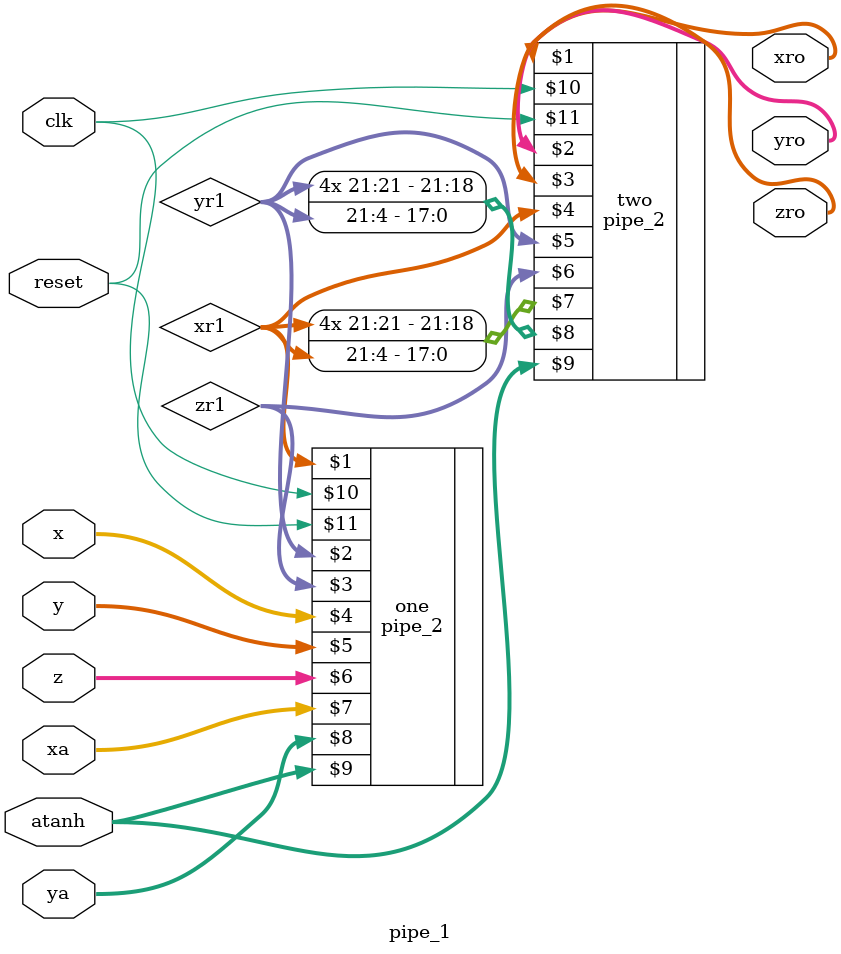
<source format=v>
`timescale 1ns / 1ps
module pipe_1(output [21:0] xro,output [21:0] yro,output [21:0]zro,input [21:0]x,input [21:0]y,input [21:0]z,input [21:0]xa,input [21:0]ya,input [21:0]atanh,input clk,input reset);
wire [21:0] xr1;
wire [21:0] yr1;
wire [21:0] zr1;
pipe_2 one(xr1,yr1,zr1,x,y,z,xa,ya,atanh,clk,reset);

pipe_2 two(xro,yro,zro,xr1,yr1,zr1,{{4{xr1[21]}},xr1[21:4]},{{4{yr1[21]}},yr1[21:4]},atanh,clk,reset);

endmodule

</source>
